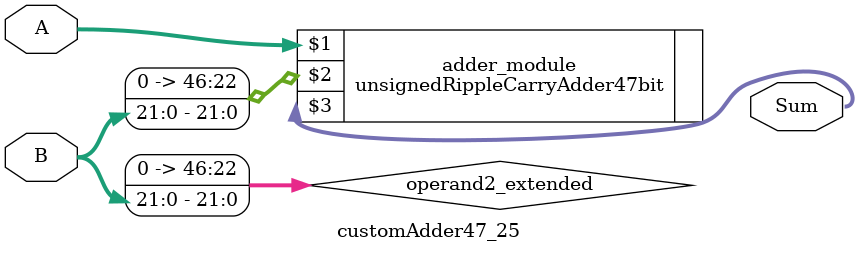
<source format=v>
module customAdder47_25(
                        input [46 : 0] A,
                        input [21 : 0] B,
                        
                        output [47 : 0] Sum
                );

        wire [46 : 0] operand2_extended;
        
        assign operand2_extended =  {25'b0, B};
        
        unsignedRippleCarryAdder47bit adder_module(
            A,
            operand2_extended,
            Sum
        );
        
        endmodule
        
</source>
